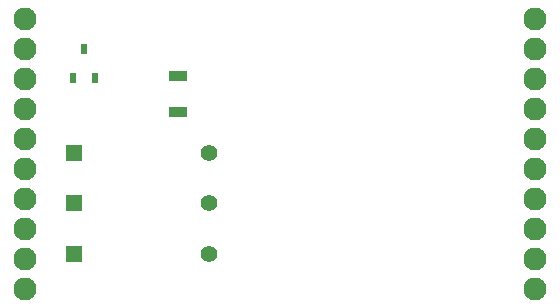
<source format=gbr>
%TF.GenerationSoftware,KiCad,Pcbnew,8.0.8*%
%TF.CreationDate,2025-03-02T20:20:33-05:00*%
%TF.ProjectId,Throttle Latching Module V3.0,5468726f-7474-46c6-9520-4c6174636869,rev?*%
%TF.SameCoordinates,Original*%
%TF.FileFunction,Soldermask,Top*%
%TF.FilePolarity,Negative*%
%FSLAX46Y46*%
G04 Gerber Fmt 4.6, Leading zero omitted, Abs format (unit mm)*
G04 Created by KiCad (PCBNEW 8.0.8) date 2025-03-02 20:20:33*
%MOMM*%
%LPD*%
G01*
G04 APERTURE LIST*
%ADD10R,1.397000X1.397000*%
%ADD11C,1.397000*%
%ADD12C,1.954000*%
%ADD13R,1.600200X0.863600*%
%ADD14R,0.558800X0.863600*%
G04 APERTURE END LIST*
D10*
%TO.C,R2*%
X26670000Y-38123400D03*
D11*
X38100000Y-38123400D03*
%TD*%
D10*
%TO.C,R3*%
X26670000Y-42400000D03*
D11*
X38100000Y-42400000D03*
%TD*%
D12*
%TO.C,J1*%
X22550000Y-22550000D03*
X22550000Y-25090000D03*
X22550000Y-27630000D03*
X22550000Y-30170000D03*
X22550000Y-32710000D03*
X22550000Y-35250000D03*
X22550000Y-37790000D03*
X22550000Y-40330000D03*
X22550000Y-42870000D03*
X22550000Y-45410000D03*
%TD*%
D13*
%TO.C,D1*%
X35500000Y-30400000D03*
X35500000Y-27352000D03*
%TD*%
D10*
%TO.C,R1*%
X26670000Y-33846800D03*
D11*
X38100000Y-33846800D03*
%TD*%
D14*
%TO.C,U1*%
X26595000Y-27500000D03*
X28500000Y-27500000D03*
X27547500Y-25112400D03*
%TD*%
D12*
%TO.C,J2*%
X65730000Y-22550000D03*
X65730000Y-25090000D03*
X65730000Y-27630000D03*
X65730000Y-30170000D03*
X65730000Y-32710000D03*
X65730000Y-35250000D03*
X65730000Y-37790000D03*
X65730000Y-40330000D03*
X65730000Y-42870000D03*
X65730000Y-45410000D03*
%TD*%
M02*

</source>
